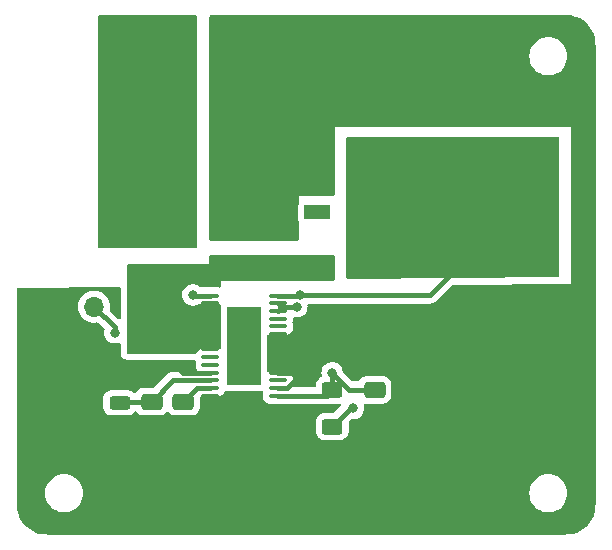
<source format=gbr>
%TF.GenerationSoftware,KiCad,Pcbnew,(5.99.0-12550-g77f47b6e47)*%
%TF.CreationDate,2021-11-06T20:02:57+00:00*%
%TF.ProjectId,max1709,6d617831-3730-4392-9e6b-696361645f70,rev?*%
%TF.SameCoordinates,Original*%
%TF.FileFunction,Copper,L1,Top*%
%TF.FilePolarity,Positive*%
%FSLAX46Y46*%
G04 Gerber Fmt 4.6, Leading zero omitted, Abs format (unit mm)*
G04 Created by KiCad (PCBNEW (5.99.0-12550-g77f47b6e47)) date 2021-11-06 20:02:57*
%MOMM*%
%LPD*%
G01*
G04 APERTURE LIST*
G04 Aperture macros list*
%AMRoundRect*
0 Rectangle with rounded corners*
0 $1 Rounding radius*
0 $2 $3 $4 $5 $6 $7 $8 $9 X,Y pos of 4 corners*
0 Add a 4 corners polygon primitive as box body*
4,1,4,$2,$3,$4,$5,$6,$7,$8,$9,$2,$3,0*
0 Add four circle primitives for the rounded corners*
1,1,$1+$1,$2,$3*
1,1,$1+$1,$4,$5*
1,1,$1+$1,$6,$7*
1,1,$1+$1,$8,$9*
0 Add four rect primitives between the rounded corners*
20,1,$1+$1,$2,$3,$4,$5,0*
20,1,$1+$1,$4,$5,$6,$7,0*
20,1,$1+$1,$6,$7,$8,$9,0*
20,1,$1+$1,$8,$9,$2,$3,0*%
G04 Aperture macros list end*
%TA.AperFunction,SMDPad,CuDef*%
%ADD10R,2.200000X1.200000*%
%TD*%
%TA.AperFunction,SMDPad,CuDef*%
%ADD11R,6.400000X5.800000*%
%TD*%
%TA.AperFunction,ComponentPad*%
%ADD12R,1.700000X1.700000*%
%TD*%
%TA.AperFunction,ComponentPad*%
%ADD13O,1.700000X1.700000*%
%TD*%
%TA.AperFunction,SMDPad,CuDef*%
%ADD14R,4.000000X2.000000*%
%TD*%
%TA.AperFunction,SMDPad,CuDef*%
%ADD15RoundRect,0.100000X-0.637500X-0.100000X0.637500X-0.100000X0.637500X0.100000X-0.637500X0.100000X0*%
%TD*%
%TA.AperFunction,SMDPad,CuDef*%
%ADD16R,2.850000X6.700000*%
%TD*%
%TA.AperFunction,SMDPad,CuDef*%
%ADD17RoundRect,0.250000X-0.625000X0.400000X-0.625000X-0.400000X0.625000X-0.400000X0.625000X0.400000X0*%
%TD*%
%TA.AperFunction,SMDPad,CuDef*%
%ADD18RoundRect,0.250000X-0.625000X0.312500X-0.625000X-0.312500X0.625000X-0.312500X0.625000X0.312500X0*%
%TD*%
%TA.AperFunction,SMDPad,CuDef*%
%ADD19RoundRect,0.250000X-0.875000X-1.025000X0.875000X-1.025000X0.875000X1.025000X-0.875000X1.025000X0*%
%TD*%
%TA.AperFunction,SMDPad,CuDef*%
%ADD20RoundRect,0.250000X-1.025000X0.875000X-1.025000X-0.875000X1.025000X-0.875000X1.025000X0.875000X0*%
%TD*%
%TA.AperFunction,SMDPad,CuDef*%
%ADD21RoundRect,0.250000X-0.650000X0.412500X-0.650000X-0.412500X0.650000X-0.412500X0.650000X0.412500X0*%
%TD*%
%TA.AperFunction,ViaPad*%
%ADD22C,0.800000*%
%TD*%
%TA.AperFunction,Conductor*%
%ADD23C,0.400000*%
%TD*%
G04 APERTURE END LIST*
D10*
%TO.P,D1,1*%
%TO.N,N/C*%
X225950000Y-117220000D03*
%TO.P,D1,3,A*%
%TO.N,Net-(D1-Pad3)*%
X225950000Y-121780000D03*
D11*
%TO.P,D1,2,K*%
%TO.N,Net-(C3-Pad1)*%
X232250000Y-119500000D03*
%TD*%
D12*
%TO.P,SW1,1,A*%
%TO.N,GND*%
X204500000Y-125200000D03*
D13*
%TO.P,SW1,2,B*%
%TO.N,Net-(U1-Pad1)*%
X207040000Y-125200000D03*
%TD*%
D14*
%TO.P,L1,2,2*%
%TO.N,Net-(C6-Pad1)*%
X212250000Y-118950000D03*
%TO.P,L1,1,1*%
%TO.N,Net-(D1-Pad3)*%
X212250000Y-123050000D03*
%TD*%
D12*
%TO.P,TP3,1,1*%
%TO.N,Net-(C3-Pad1)*%
X240400000Y-115800000D03*
%TD*%
%TO.P,TP2,1,1*%
%TO.N,GND*%
X240400000Y-103800000D03*
%TD*%
%TO.P,TP1,1,1*%
%TO.N,Net-(C6-Pad1)*%
X209900000Y-103800000D03*
%TD*%
D15*
%TO.P,U1,1,ONA*%
%TO.N,Net-(U1-Pad1)*%
X216887500Y-124275000D03*
%TO.P,U1,2,LX*%
%TO.N,Net-(D1-Pad3)*%
X216887500Y-124925000D03*
%TO.P,U1,3,LX*%
X216887500Y-125575000D03*
%TO.P,U1,4,LX*%
X216887500Y-126225000D03*
%TO.P,U1,5,LX*%
X216887500Y-126875000D03*
%TO.P,U1,6,LX*%
X216887500Y-127525000D03*
%TO.P,U1,7,LX*%
X216887500Y-128175000D03*
%TO.P,U1,8,LX*%
X216887500Y-128825000D03*
%TO.P,U1,9*%
%TO.N,N/C*%
X216887500Y-129475000D03*
%TO.P,U1,10*%
X216887500Y-130125000D03*
%TO.P,U1,11,GND*%
%TO.N,GND*%
X216887500Y-130775000D03*
%TO.P,U1,12,SS/LIM*%
%TO.N,Net-(C1-Pad1)*%
X216887500Y-131425000D03*
%TO.P,U1,13,REF*%
%TO.N,/VREF*%
X216887500Y-132075000D03*
%TO.P,U1,14,GND*%
%TO.N,GND*%
X216887500Y-132725000D03*
%TO.P,U1,15,OUT*%
%TO.N,Net-(C4-Pad1)*%
X222612500Y-132725000D03*
%TO.P,U1,16,FB*%
%TO.N,GND*%
X222612500Y-132075000D03*
%TO.P,U1,17*%
%TO.N,N/C*%
X222612500Y-131425000D03*
%TO.P,U1,18,PGND*%
%TO.N,GND*%
X222612500Y-130775000D03*
%TO.P,U1,19,PGND*%
X222612500Y-130125000D03*
%TO.P,U1,20,PGND*%
X222612500Y-129475000D03*
%TO.P,U1,21,PGND*%
X222612500Y-128825000D03*
%TO.P,U1,22,PGND*%
X222612500Y-128175000D03*
%TO.P,U1,23,PGND*%
X222612500Y-127525000D03*
%TO.P,U1,24*%
%TO.N,N/C*%
X222612500Y-126875000D03*
%TO.P,U1,25*%
X222612500Y-126225000D03*
%TO.P,U1,26,3.3'/5*%
%TO.N,Net-(C4-Pad1)*%
X222612500Y-125575000D03*
%TO.P,U1,27,CLK*%
X222612500Y-124925000D03*
%TO.P,U1,28,ONB'*%
%TO.N,Net-(C3-Pad1)*%
X222612500Y-124275000D03*
D16*
%TO.P,U1,29*%
%TO.N,N/C*%
X219750000Y-128500000D03*
%TD*%
D17*
%TO.P,R2,2*%
%TO.N,Net-(C3-Pad1)*%
X227200000Y-135350000D03*
%TO.P,R2,1*%
%TO.N,Net-(C4-Pad1)*%
X227200000Y-132250000D03*
%TD*%
D18*
%TO.P,R1,1*%
%TO.N,Net-(C1-Pad1)*%
X209200000Y-133337500D03*
%TO.P,R1,2*%
%TO.N,GND*%
X209200000Y-136262500D03*
%TD*%
D19*
%TO.P,C7,2*%
%TO.N,GND*%
X220450000Y-115000000D03*
%TO.P,C7,1*%
%TO.N,Net-(C6-Pad1)*%
X214050000Y-115000000D03*
%TD*%
%TO.P,C6,2*%
%TO.N,GND*%
X220450000Y-108500000D03*
%TO.P,C6,1*%
%TO.N,Net-(C6-Pad1)*%
X214050000Y-108500000D03*
%TD*%
D20*
%TO.P,C5,2*%
%TO.N,GND*%
X243400000Y-127700000D03*
%TO.P,C5,1*%
%TO.N,Net-(C3-Pad1)*%
X243400000Y-121300000D03*
%TD*%
D21*
%TO.P,C4,2*%
%TO.N,GND*%
X230800000Y-135362500D03*
%TO.P,C4,1*%
%TO.N,Net-(C4-Pad1)*%
X230800000Y-132237500D03*
%TD*%
D20*
%TO.P,C3,2*%
%TO.N,GND*%
X238400000Y-127700000D03*
%TO.P,C3,1*%
%TO.N,Net-(C3-Pad1)*%
X238400000Y-121300000D03*
%TD*%
D21*
%TO.P,C2,2*%
%TO.N,GND*%
X214600000Y-136362500D03*
%TO.P,C2,1*%
%TO.N,/VREF*%
X214600000Y-133237500D03*
%TD*%
%TO.P,C1,1*%
%TO.N,Net-(C1-Pad1)*%
X211900000Y-133237500D03*
%TO.P,C1,2*%
%TO.N,GND*%
X211900000Y-136362500D03*
%TD*%
D22*
%TO.N,Net-(C3-Pad1)*%
X229000000Y-133800000D03*
X224442415Y-124230341D03*
%TO.N,Net-(C4-Pad1)*%
X227200000Y-130800000D03*
X224200000Y-125200000D03*
%TO.N,Net-(U1-Pad1)*%
X208800000Y-127400000D03*
X215400000Y-124200000D03*
%TD*%
D23*
%TO.N,Net-(C3-Pad1)*%
X238400000Y-121300000D02*
X235469659Y-124230341D01*
X235469659Y-124230341D02*
X224442415Y-124230341D01*
X229000000Y-133800000D02*
X228750000Y-133800000D01*
X228750000Y-133800000D02*
X227200000Y-135350000D01*
X224397756Y-124275000D02*
X224442415Y-124230341D01*
X222612500Y-124275000D02*
X224397756Y-124275000D01*
%TO.N,Net-(C4-Pad1)*%
X223600000Y-125200000D02*
X224200000Y-125200000D01*
%TO.N,GND*%
X224425000Y-130775000D02*
X224700000Y-130500000D01*
X224700000Y-130784198D02*
X224700000Y-130500000D01*
X224700000Y-130500000D02*
X225200000Y-130000000D01*
X222612500Y-132075000D02*
X223409198Y-132075000D01*
X223409198Y-132075000D02*
X224700000Y-130784198D01*
X222612500Y-130775000D02*
X224425000Y-130775000D01*
X214575000Y-130775000D02*
X214000000Y-130200000D01*
X216887500Y-130775000D02*
X214575000Y-130775000D01*
%TO.N,Net-(C1-Pad1)*%
X211900000Y-133237500D02*
X209300000Y-133237500D01*
X209300000Y-133237500D02*
X209200000Y-133337500D01*
X216887500Y-131425000D02*
X213712500Y-131425000D01*
X213712500Y-131425000D02*
X211900000Y-133237500D01*
%TO.N,GND*%
X216887500Y-134337500D02*
X216900000Y-134350000D01*
X216887500Y-132725000D02*
X216887500Y-134337500D01*
%TO.N,/VREF*%
X214600000Y-133237500D02*
X215762500Y-132075000D01*
X215762500Y-132075000D02*
X216887500Y-132075000D01*
%TO.N,Net-(U1-Pad1)*%
X208800000Y-127400000D02*
X208800000Y-126960000D01*
X208800000Y-126960000D02*
X207040000Y-125200000D01*
%TO.N,Net-(C4-Pad1)*%
X222612500Y-132725000D02*
X226725000Y-132725000D01*
X226725000Y-132725000D02*
X227200000Y-132250000D01*
X230800000Y-132237500D02*
X228637500Y-132237500D01*
X228637500Y-132237500D02*
X227200000Y-130800000D01*
X223600000Y-125200000D02*
X222887500Y-125200000D01*
X223600000Y-125200000D02*
X222987500Y-125200000D01*
X222987500Y-125200000D02*
X222612500Y-125575000D01*
X227200000Y-132250000D02*
X227200000Y-130800000D01*
X222887500Y-125200000D02*
X222612500Y-124925000D01*
%TO.N,Net-(U1-Pad1)*%
X216887500Y-124275000D02*
X215475000Y-124275000D01*
X215475000Y-124275000D02*
X215400000Y-124200000D01*
%TD*%
%TA.AperFunction,Conductor*%
%TO.N,Net-(C6-Pad1)*%
G36*
X215692121Y-100528002D02*
G01*
X215738614Y-100581658D01*
X215750000Y-100634000D01*
X215750000Y-120124000D01*
X215729998Y-120192121D01*
X215676342Y-120238614D01*
X215624000Y-120250000D01*
X207476000Y-120250000D01*
X207407879Y-120229998D01*
X207361386Y-120176342D01*
X207350000Y-120124000D01*
X207350000Y-100634000D01*
X207370002Y-100565879D01*
X207423658Y-100519386D01*
X207476000Y-100508000D01*
X215624000Y-100508000D01*
X215692121Y-100528002D01*
G37*
%TD.AperFunction*%
%TD*%
%TA.AperFunction,Conductor*%
%TO.N,Net-(C3-Pad1)*%
G36*
X246342088Y-110820002D02*
G01*
X246388581Y-110873658D01*
X246399967Y-110926033D01*
X246396893Y-122548282D01*
X246376873Y-122616398D01*
X246323205Y-122662876D01*
X246271943Y-122674245D01*
X228523943Y-122822145D01*
X228455658Y-122802711D01*
X228408720Y-122749445D01*
X228396893Y-122696116D01*
X228399967Y-110925967D01*
X228419987Y-110857852D01*
X228473655Y-110811373D01*
X228525967Y-110800000D01*
X246273967Y-110800000D01*
X246342088Y-110820002D01*
G37*
%TD.AperFunction*%
%TD*%
%TA.AperFunction,Conductor*%
%TO.N,Net-(D1-Pad3)*%
G36*
X227342121Y-120820002D02*
G01*
X227388614Y-120873658D01*
X227400000Y-120926000D01*
X227400000Y-122874000D01*
X227379998Y-122942121D01*
X227326342Y-122988614D01*
X227274000Y-123000000D01*
X217800000Y-123000000D01*
X217800000Y-123453778D01*
X217779998Y-123521899D01*
X217726342Y-123568392D01*
X217657554Y-123578700D01*
X217568972Y-123567038D01*
X217568971Y-123567038D01*
X217564885Y-123566500D01*
X216108200Y-123566500D01*
X216040079Y-123546498D01*
X216020853Y-123530157D01*
X216020580Y-123530460D01*
X216015668Y-123526037D01*
X216011253Y-123521134D01*
X215856752Y-123408882D01*
X215850724Y-123406198D01*
X215850722Y-123406197D01*
X215688319Y-123333891D01*
X215688318Y-123333891D01*
X215682288Y-123331206D01*
X215588888Y-123311353D01*
X215501944Y-123292872D01*
X215501939Y-123292872D01*
X215495487Y-123291500D01*
X215304513Y-123291500D01*
X215298061Y-123292872D01*
X215298056Y-123292872D01*
X215211112Y-123311353D01*
X215117712Y-123331206D01*
X215111682Y-123333891D01*
X215111681Y-123333891D01*
X214949278Y-123406197D01*
X214949276Y-123406198D01*
X214943248Y-123408882D01*
X214788747Y-123521134D01*
X214660960Y-123663056D01*
X214565473Y-123828444D01*
X214506458Y-124010072D01*
X214505768Y-124016633D01*
X214505768Y-124016635D01*
X214491929Y-124148310D01*
X214486496Y-124200000D01*
X214506458Y-124389928D01*
X214565473Y-124571556D01*
X214660960Y-124736944D01*
X214788747Y-124878866D01*
X214826815Y-124906524D01*
X214932020Y-124982960D01*
X214943248Y-124991118D01*
X214949276Y-124993802D01*
X214949278Y-124993803D01*
X215111681Y-125066109D01*
X215117712Y-125068794D01*
X215211113Y-125088647D01*
X215298056Y-125107128D01*
X215298061Y-125107128D01*
X215304513Y-125108500D01*
X215495487Y-125108500D01*
X215501939Y-125107128D01*
X215501944Y-125107128D01*
X215588887Y-125088647D01*
X215682288Y-125068794D01*
X215747671Y-125039684D01*
X215849396Y-124994393D01*
X215900645Y-124983500D01*
X216930503Y-124983500D01*
X216930506Y-124983499D01*
X217564884Y-124983499D01*
X217600082Y-124978865D01*
X217657556Y-124971300D01*
X217727704Y-124982240D01*
X217780802Y-125029369D01*
X217800000Y-125096222D01*
X217800000Y-128653778D01*
X217779998Y-128721899D01*
X217726342Y-128768392D01*
X217657554Y-128778700D01*
X217568972Y-128767038D01*
X217568971Y-128767038D01*
X217564885Y-128766500D01*
X216887583Y-128766500D01*
X216210116Y-128766501D01*
X216206031Y-128767039D01*
X216206027Y-128767039D01*
X216099337Y-128781084D01*
X216099335Y-128781084D01*
X216091150Y-128782162D01*
X216017137Y-128812819D01*
X215950752Y-128840316D01*
X215950750Y-128840317D01*
X215943124Y-128843476D01*
X215816013Y-128941013D01*
X215810987Y-128947563D01*
X215810984Y-128947566D01*
X215797695Y-128964885D01*
X215718476Y-129068125D01*
X215696070Y-129122218D01*
X215651522Y-129177499D01*
X215579661Y-129200000D01*
X209926000Y-129200000D01*
X209857879Y-129179998D01*
X209811386Y-129126342D01*
X209800000Y-129074000D01*
X209800000Y-121726000D01*
X209820002Y-121657879D01*
X209873658Y-121611386D01*
X209926000Y-121600000D01*
X216800000Y-121600000D01*
X216800000Y-120926000D01*
X216820002Y-120857879D01*
X216873658Y-120811386D01*
X216926000Y-120800000D01*
X227274000Y-120800000D01*
X227342121Y-120820002D01*
G37*
%TD.AperFunction*%
%TD*%
%TA.AperFunction,Conductor*%
%TO.N,GND*%
G36*
X246970057Y-100509500D02*
G01*
X246984858Y-100511805D01*
X246984861Y-100511805D01*
X246993730Y-100513186D01*
X247010899Y-100510941D01*
X247034839Y-100510108D01*
X247292770Y-100525710D01*
X247307874Y-100527544D01*
X247378648Y-100540514D01*
X247588879Y-100579040D01*
X247603641Y-100582678D01*
X247876408Y-100667675D01*
X247890627Y-100673069D01*
X248151140Y-100790316D01*
X248164609Y-100797385D01*
X248409095Y-100945182D01*
X248421617Y-100953825D01*
X248646507Y-101130016D01*
X248657895Y-101140106D01*
X248859894Y-101342105D01*
X248869984Y-101353493D01*
X249046175Y-101578383D01*
X249054818Y-101590905D01*
X249202615Y-101835391D01*
X249209686Y-101848864D01*
X249326930Y-102109370D01*
X249332325Y-102123592D01*
X249414380Y-102386914D01*
X249417321Y-102396353D01*
X249420960Y-102411121D01*
X249448333Y-102560489D01*
X249472456Y-102692126D01*
X249474290Y-102707230D01*
X249489455Y-102957929D01*
X249488198Y-102984639D01*
X249488195Y-102984859D01*
X249486814Y-102993730D01*
X249487978Y-103002632D01*
X249487978Y-103002635D01*
X249490936Y-103025251D01*
X249492000Y-103041589D01*
X249492000Y-141950672D01*
X249490500Y-141970056D01*
X249486814Y-141993730D01*
X249488454Y-142006270D01*
X249489059Y-142010897D01*
X249489892Y-142034839D01*
X249474290Y-142292770D01*
X249472456Y-142307874D01*
X249420962Y-142588873D01*
X249417322Y-142603641D01*
X249391907Y-142685202D01*
X249332326Y-142876404D01*
X249326930Y-142890630D01*
X249209686Y-143151136D01*
X249202615Y-143164609D01*
X249054818Y-143409095D01*
X249046175Y-143421617D01*
X248869984Y-143646507D01*
X248859894Y-143657895D01*
X248657895Y-143859894D01*
X248646507Y-143869984D01*
X248421617Y-144046175D01*
X248409095Y-144054818D01*
X248164609Y-144202615D01*
X248151140Y-144209684D01*
X247890630Y-144326930D01*
X247876408Y-144332325D01*
X247603641Y-144417322D01*
X247588879Y-144420960D01*
X247378648Y-144459486D01*
X247307874Y-144472456D01*
X247292770Y-144474290D01*
X247042071Y-144489455D01*
X247015361Y-144488198D01*
X247015141Y-144488195D01*
X247006270Y-144486814D01*
X246997368Y-144487978D01*
X246997365Y-144487978D01*
X246974749Y-144490936D01*
X246958411Y-144492000D01*
X203049328Y-144492000D01*
X203029943Y-144490500D01*
X203015142Y-144488195D01*
X203015139Y-144488195D01*
X203006270Y-144486814D01*
X202989101Y-144489059D01*
X202965161Y-144489892D01*
X202707230Y-144474290D01*
X202692126Y-144472456D01*
X202621352Y-144459486D01*
X202411121Y-144420960D01*
X202396359Y-144417322D01*
X202123592Y-144332325D01*
X202109370Y-144326930D01*
X201848860Y-144209684D01*
X201835391Y-144202615D01*
X201590905Y-144054818D01*
X201578383Y-144046175D01*
X201353493Y-143869984D01*
X201342105Y-143859894D01*
X201140106Y-143657895D01*
X201130016Y-143646507D01*
X200953825Y-143421617D01*
X200945182Y-143409095D01*
X200797385Y-143164609D01*
X200790314Y-143151136D01*
X200673070Y-142890630D01*
X200667674Y-142876404D01*
X200608093Y-142685202D01*
X200582678Y-142603641D01*
X200579038Y-142588873D01*
X200527544Y-142307874D01*
X200525710Y-142292770D01*
X200510545Y-142042071D01*
X200511802Y-142015361D01*
X200511805Y-142015141D01*
X200513186Y-142006270D01*
X200511547Y-141993730D01*
X200509064Y-141974749D01*
X200508000Y-141958411D01*
X200508000Y-141000000D01*
X202886526Y-141000000D01*
X202906391Y-141252403D01*
X202965495Y-141498591D01*
X203062384Y-141732502D01*
X203194672Y-141948376D01*
X203359102Y-142140898D01*
X203551624Y-142305328D01*
X203767498Y-142437616D01*
X203772068Y-142439509D01*
X203772072Y-142439511D01*
X203996836Y-142532611D01*
X204001409Y-142534505D01*
X204086032Y-142554821D01*
X204242784Y-142592454D01*
X204242790Y-142592455D01*
X204247597Y-142593609D01*
X204500000Y-142613474D01*
X204752403Y-142593609D01*
X204757210Y-142592455D01*
X204757216Y-142592454D01*
X204913968Y-142554821D01*
X204998591Y-142534505D01*
X205003164Y-142532611D01*
X205227928Y-142439511D01*
X205227932Y-142439509D01*
X205232502Y-142437616D01*
X205448376Y-142305328D01*
X205640898Y-142140898D01*
X205805328Y-141948376D01*
X205937616Y-141732502D01*
X206034505Y-141498591D01*
X206093609Y-141252403D01*
X206113474Y-141000000D01*
X243886526Y-141000000D01*
X243906391Y-141252403D01*
X243965495Y-141498591D01*
X244062384Y-141732502D01*
X244194672Y-141948376D01*
X244359102Y-142140898D01*
X244551624Y-142305328D01*
X244767498Y-142437616D01*
X244772068Y-142439509D01*
X244772072Y-142439511D01*
X244996836Y-142532611D01*
X245001409Y-142534505D01*
X245086032Y-142554821D01*
X245242784Y-142592454D01*
X245242790Y-142592455D01*
X245247597Y-142593609D01*
X245500000Y-142613474D01*
X245752403Y-142593609D01*
X245757210Y-142592455D01*
X245757216Y-142592454D01*
X245913968Y-142554821D01*
X245998591Y-142534505D01*
X246003164Y-142532611D01*
X246227928Y-142439511D01*
X246227932Y-142439509D01*
X246232502Y-142437616D01*
X246448376Y-142305328D01*
X246640898Y-142140898D01*
X246805328Y-141948376D01*
X246937616Y-141732502D01*
X247034505Y-141498591D01*
X247093609Y-141252403D01*
X247113474Y-141000000D01*
X247093609Y-140747597D01*
X247034505Y-140501409D01*
X246937616Y-140267498D01*
X246805328Y-140051624D01*
X246640898Y-139859102D01*
X246448376Y-139694672D01*
X246232502Y-139562384D01*
X246227932Y-139560491D01*
X246227928Y-139560489D01*
X246003164Y-139467389D01*
X246003162Y-139467388D01*
X245998591Y-139465495D01*
X245913968Y-139445179D01*
X245757216Y-139407546D01*
X245757210Y-139407545D01*
X245752403Y-139406391D01*
X245500000Y-139386526D01*
X245247597Y-139406391D01*
X245242790Y-139407545D01*
X245242784Y-139407546D01*
X245086032Y-139445179D01*
X245001409Y-139465495D01*
X244996838Y-139467388D01*
X244996836Y-139467389D01*
X244772072Y-139560489D01*
X244772068Y-139560491D01*
X244767498Y-139562384D01*
X244551624Y-139694672D01*
X244359102Y-139859102D01*
X244194672Y-140051624D01*
X244062384Y-140267498D01*
X243965495Y-140501409D01*
X243906391Y-140747597D01*
X243886526Y-141000000D01*
X206113474Y-141000000D01*
X206093609Y-140747597D01*
X206034505Y-140501409D01*
X205937616Y-140267498D01*
X205805328Y-140051624D01*
X205640898Y-139859102D01*
X205448376Y-139694672D01*
X205232502Y-139562384D01*
X205227932Y-139560491D01*
X205227928Y-139560489D01*
X205003164Y-139467389D01*
X205003162Y-139467388D01*
X204998591Y-139465495D01*
X204913968Y-139445179D01*
X204757216Y-139407546D01*
X204757210Y-139407545D01*
X204752403Y-139406391D01*
X204500000Y-139386526D01*
X204247597Y-139406391D01*
X204242790Y-139407545D01*
X204242784Y-139407546D01*
X204086032Y-139445179D01*
X204001409Y-139465495D01*
X203996838Y-139467388D01*
X203996836Y-139467389D01*
X203772072Y-139560489D01*
X203772068Y-139560491D01*
X203767498Y-139562384D01*
X203551624Y-139694672D01*
X203359102Y-139859102D01*
X203194672Y-140051624D01*
X203062384Y-140267498D01*
X202965495Y-140501409D01*
X202906391Y-140747597D01*
X202886526Y-141000000D01*
X200508000Y-141000000D01*
X200508000Y-123716995D01*
X200528002Y-123648874D01*
X200581658Y-123602381D01*
X200633207Y-123590997D01*
X209165209Y-123537400D01*
X209233454Y-123556974D01*
X209280283Y-123610337D01*
X209292000Y-123663398D01*
X209292000Y-126145840D01*
X209271998Y-126213961D01*
X209218342Y-126260454D01*
X209148068Y-126270558D01*
X209083488Y-126241064D01*
X209076905Y-126234935D01*
X208411383Y-125569413D01*
X208377357Y-125507101D01*
X208375556Y-125463871D01*
X208401092Y-125269908D01*
X208401529Y-125266590D01*
X208403156Y-125200000D01*
X208384852Y-124977361D01*
X208330431Y-124760702D01*
X208241354Y-124555840D01*
X208150166Y-124414885D01*
X208122822Y-124372617D01*
X208122820Y-124372614D01*
X208120014Y-124368277D01*
X207969670Y-124203051D01*
X207965619Y-124199852D01*
X207965615Y-124199848D01*
X207798414Y-124067800D01*
X207798410Y-124067798D01*
X207794359Y-124064598D01*
X207598789Y-123956638D01*
X207593920Y-123954914D01*
X207593916Y-123954912D01*
X207393087Y-123883795D01*
X207393083Y-123883794D01*
X207388212Y-123882069D01*
X207383119Y-123881162D01*
X207383116Y-123881161D01*
X207173373Y-123843800D01*
X207173367Y-123843799D01*
X207168284Y-123842894D01*
X207094452Y-123841992D01*
X206950081Y-123840228D01*
X206950079Y-123840228D01*
X206944911Y-123840165D01*
X206724091Y-123873955D01*
X206511756Y-123943357D01*
X206313607Y-124046507D01*
X206309474Y-124049610D01*
X206309471Y-124049612D01*
X206190102Y-124139237D01*
X206134965Y-124180635D01*
X205980629Y-124342138D01*
X205977715Y-124346410D01*
X205977714Y-124346411D01*
X205933816Y-124410763D01*
X205854743Y-124526680D01*
X205839003Y-124560590D01*
X205785407Y-124676053D01*
X205760688Y-124729305D01*
X205700989Y-124944570D01*
X205677251Y-125166695D01*
X205677548Y-125171848D01*
X205677548Y-125171851D01*
X205683011Y-125266590D01*
X205690110Y-125389715D01*
X205691247Y-125394761D01*
X205691248Y-125394767D01*
X205706822Y-125463871D01*
X205739222Y-125607639D01*
X205823266Y-125814616D01*
X205825965Y-125819020D01*
X205933072Y-125993803D01*
X205939987Y-126005088D01*
X206086250Y-126173938D01*
X206258126Y-126316632D01*
X206451000Y-126429338D01*
X206659692Y-126509030D01*
X206664760Y-126510061D01*
X206664763Y-126510062D01*
X206724891Y-126522295D01*
X206878597Y-126553567D01*
X206883772Y-126553757D01*
X206883774Y-126553757D01*
X207096673Y-126561564D01*
X207096677Y-126561564D01*
X207101837Y-126561753D01*
X207106957Y-126561097D01*
X207106959Y-126561097D01*
X207304589Y-126535780D01*
X207374699Y-126546965D01*
X207409694Y-126571664D01*
X207886596Y-127048566D01*
X207920622Y-127110878D01*
X207917335Y-127176596D01*
X207906458Y-127210072D01*
X207905768Y-127216638D01*
X207905767Y-127216642D01*
X207887186Y-127393435D01*
X207886496Y-127400000D01*
X207887186Y-127406565D01*
X207904250Y-127568916D01*
X207906458Y-127589928D01*
X207965473Y-127771556D01*
X208060960Y-127936944D01*
X208188747Y-128078866D01*
X208343248Y-128191118D01*
X208349276Y-128193802D01*
X208349278Y-128193803D01*
X208511681Y-128266109D01*
X208517712Y-128268794D01*
X208611112Y-128288647D01*
X208698056Y-128307128D01*
X208698061Y-128307128D01*
X208704513Y-128308500D01*
X208895487Y-128308500D01*
X208901939Y-128307128D01*
X208901944Y-128307128D01*
X208988888Y-128288647D01*
X209082288Y-128268794D01*
X209088321Y-128266108D01*
X209088327Y-128266106D01*
X209114753Y-128254341D01*
X209185120Y-128244907D01*
X209249416Y-128275014D01*
X209287229Y-128335104D01*
X209292000Y-128369448D01*
X209292000Y-129074000D01*
X209303609Y-129181980D01*
X209314995Y-129234322D01*
X209349293Y-129337372D01*
X209427465Y-129459010D01*
X209473958Y-129512666D01*
X209583234Y-129607355D01*
X209714760Y-129667421D01*
X209738514Y-129674396D01*
X209778558Y-129686154D01*
X209778562Y-129686155D01*
X209782881Y-129687423D01*
X209787329Y-129688063D01*
X209787336Y-129688064D01*
X209921552Y-129707361D01*
X209921559Y-129707362D01*
X209926000Y-129708000D01*
X215536448Y-129708000D01*
X215604569Y-129728002D01*
X215651062Y-129781658D01*
X215661166Y-129851932D01*
X215659316Y-129860951D01*
X215657162Y-129866150D01*
X215656085Y-129874334D01*
X215656084Y-129874336D01*
X215653644Y-129892872D01*
X215641500Y-129985115D01*
X215641501Y-130264884D01*
X215657162Y-130383850D01*
X215717945Y-130530593D01*
X215718476Y-130531876D01*
X215718276Y-130531959D01*
X215733932Y-130596494D01*
X215710712Y-130663586D01*
X215654905Y-130707474D01*
X215608075Y-130716500D01*
X213741412Y-130716500D01*
X213732842Y-130716208D01*
X213682724Y-130712791D01*
X213682720Y-130712791D01*
X213675148Y-130712275D01*
X213667671Y-130713580D01*
X213667670Y-130713580D01*
X213650934Y-130716501D01*
X213612197Y-130723262D01*
X213605679Y-130724223D01*
X213542258Y-130731898D01*
X213535157Y-130734581D01*
X213532548Y-130735222D01*
X213516238Y-130739685D01*
X213513702Y-130740450D01*
X213506216Y-130741757D01*
X213458068Y-130762893D01*
X213447705Y-130767442D01*
X213441601Y-130769933D01*
X213413937Y-130780386D01*
X213396151Y-130787107D01*
X213381844Y-130792513D01*
X213375581Y-130796817D01*
X213373215Y-130798054D01*
X213358403Y-130806299D01*
X213356149Y-130807632D01*
X213349195Y-130810685D01*
X213298498Y-130849587D01*
X213293168Y-130853459D01*
X213246780Y-130885339D01*
X213246775Y-130885344D01*
X213240519Y-130889643D01*
X213235468Y-130895313D01*
X213235466Y-130895314D01*
X213199065Y-130936170D01*
X213194084Y-130941446D01*
X212105935Y-132029595D01*
X212043623Y-132063621D01*
X212016840Y-132066500D01*
X211199600Y-132066500D01*
X211196354Y-132066837D01*
X211196350Y-132066837D01*
X211100692Y-132076762D01*
X211100688Y-132076763D01*
X211093834Y-132077474D01*
X211087298Y-132079655D01*
X211087296Y-132079655D01*
X210955194Y-132123728D01*
X210926054Y-132133450D01*
X210775652Y-132226522D01*
X210650695Y-132351697D01*
X210646855Y-132357927D01*
X210646854Y-132357928D01*
X210639867Y-132369263D01*
X210601895Y-132430866D01*
X210578317Y-132469116D01*
X210525545Y-132516609D01*
X210471057Y-132529000D01*
X210453915Y-132529000D01*
X210385794Y-132508998D01*
X210364897Y-132492173D01*
X210303483Y-132430866D01*
X210298303Y-132425695D01*
X210189293Y-132358500D01*
X210153968Y-132336725D01*
X210153966Y-132336724D01*
X210147738Y-132332885D01*
X210067995Y-132306436D01*
X209986389Y-132279368D01*
X209986387Y-132279368D01*
X209979861Y-132277203D01*
X209973025Y-132276503D01*
X209973022Y-132276502D01*
X209929969Y-132272091D01*
X209875400Y-132266500D01*
X208524600Y-132266500D01*
X208521354Y-132266837D01*
X208521350Y-132266837D01*
X208425692Y-132276762D01*
X208425688Y-132276763D01*
X208418834Y-132277474D01*
X208412298Y-132279655D01*
X208412296Y-132279655D01*
X208349472Y-132300615D01*
X208251054Y-132333450D01*
X208100652Y-132426522D01*
X207975695Y-132551697D01*
X207882885Y-132702262D01*
X207880581Y-132709209D01*
X207830314Y-132860761D01*
X207827203Y-132870139D01*
X207816500Y-132974600D01*
X207816500Y-133700400D01*
X207827474Y-133806166D01*
X207883450Y-133973946D01*
X207976522Y-134124348D01*
X208101697Y-134249305D01*
X208107927Y-134253145D01*
X208107928Y-134253146D01*
X208245090Y-134337694D01*
X208252262Y-134342115D01*
X208296247Y-134356704D01*
X208413611Y-134395632D01*
X208413613Y-134395632D01*
X208420139Y-134397797D01*
X208426975Y-134398497D01*
X208426978Y-134398498D01*
X208470031Y-134402909D01*
X208524600Y-134408500D01*
X209875400Y-134408500D01*
X209878646Y-134408163D01*
X209878650Y-134408163D01*
X209974308Y-134398238D01*
X209974312Y-134398237D01*
X209981166Y-134397526D01*
X209987702Y-134395345D01*
X209987704Y-134395345D01*
X210130608Y-134347668D01*
X210148946Y-134341550D01*
X210299348Y-134248478D01*
X210424305Y-134123303D01*
X210428150Y-134117066D01*
X210430321Y-134113545D01*
X210432431Y-134111646D01*
X210432683Y-134111327D01*
X210432738Y-134111370D01*
X210483094Y-134066052D01*
X210553166Y-134054631D01*
X210618289Y-134082906D01*
X210644722Y-134113359D01*
X210651522Y-134124348D01*
X210776697Y-134249305D01*
X210782927Y-134253145D01*
X210782928Y-134253146D01*
X210920090Y-134337694D01*
X210927262Y-134342115D01*
X210971247Y-134356704D01*
X211088611Y-134395632D01*
X211088613Y-134395632D01*
X211095139Y-134397797D01*
X211101975Y-134398497D01*
X211101978Y-134398498D01*
X211145031Y-134402909D01*
X211199600Y-134408500D01*
X212600400Y-134408500D01*
X212603646Y-134408163D01*
X212603650Y-134408163D01*
X212699308Y-134398238D01*
X212699312Y-134398237D01*
X212706166Y-134397526D01*
X212712702Y-134395345D01*
X212712704Y-134395345D01*
X212855608Y-134347668D01*
X212873946Y-134341550D01*
X213024348Y-134248478D01*
X213149305Y-134123303D01*
X213151906Y-134119084D01*
X213209030Y-134078583D01*
X213279953Y-134075351D01*
X213341365Y-134110976D01*
X213347922Y-134118530D01*
X213351522Y-134124348D01*
X213476697Y-134249305D01*
X213482927Y-134253145D01*
X213482928Y-134253146D01*
X213620090Y-134337694D01*
X213627262Y-134342115D01*
X213671247Y-134356704D01*
X213788611Y-134395632D01*
X213788613Y-134395632D01*
X213795139Y-134397797D01*
X213801975Y-134398497D01*
X213801978Y-134398498D01*
X213845031Y-134402909D01*
X213899600Y-134408500D01*
X215300400Y-134408500D01*
X215303646Y-134408163D01*
X215303650Y-134408163D01*
X215399308Y-134398238D01*
X215399312Y-134398237D01*
X215406166Y-134397526D01*
X215412702Y-134395345D01*
X215412704Y-134395345D01*
X215555608Y-134347668D01*
X215573946Y-134341550D01*
X215724348Y-134248478D01*
X215849305Y-134123303D01*
X215931519Y-133989928D01*
X215938275Y-133978968D01*
X215938276Y-133978966D01*
X215942115Y-133972738D01*
X215997797Y-133804861D01*
X216008500Y-133700400D01*
X216008500Y-132909500D01*
X216028502Y-132841379D01*
X216082158Y-132794886D01*
X216134500Y-132783500D01*
X216930503Y-132783500D01*
X216930506Y-132783499D01*
X217564884Y-132783499D01*
X217568969Y-132782961D01*
X217568973Y-132782961D01*
X217675663Y-132768916D01*
X217675665Y-132768916D01*
X217683850Y-132767838D01*
X217757863Y-132737181D01*
X217824248Y-132709684D01*
X217824250Y-132709683D01*
X217831876Y-132706524D01*
X217958987Y-132608987D01*
X217964013Y-132602437D01*
X217964016Y-132602434D01*
X218007755Y-132545431D01*
X218056524Y-132481875D01*
X218079065Y-132427457D01*
X218123612Y-132372177D01*
X218190975Y-132349756D01*
X218214645Y-132352103D01*
X218214684Y-132351745D01*
X218271601Y-132357928D01*
X218276866Y-132358500D01*
X221223134Y-132358500D01*
X221239380Y-132356735D01*
X221309262Y-132369263D01*
X221361278Y-132417583D01*
X221378913Y-132486354D01*
X221377910Y-132498444D01*
X221370079Y-132557928D01*
X221366500Y-132585115D01*
X221366501Y-132864884D01*
X221367039Y-132868969D01*
X221367039Y-132868973D01*
X221380523Y-132971402D01*
X221382162Y-132983850D01*
X221443476Y-133131876D01*
X221541013Y-133258987D01*
X221547563Y-133264013D01*
X221547566Y-133264016D01*
X221564924Y-133277335D01*
X221668125Y-133356524D01*
X221816150Y-133417838D01*
X221824338Y-133418916D01*
X221923357Y-133431952D01*
X221935115Y-133433500D01*
X226696088Y-133433500D01*
X226704658Y-133433792D01*
X226754776Y-133437209D01*
X226754780Y-133437209D01*
X226762352Y-133437725D01*
X226769829Y-133436420D01*
X226769830Y-133436420D01*
X226815530Y-133428444D01*
X226825303Y-133426738D01*
X226831821Y-133425777D01*
X226895242Y-133418102D01*
X226902346Y-133415418D01*
X226909727Y-133413605D01*
X226909984Y-133414651D01*
X226943665Y-133408500D01*
X227835340Y-133408500D01*
X227903461Y-133428502D01*
X227949954Y-133482158D01*
X227960058Y-133552432D01*
X227930564Y-133617012D01*
X227924435Y-133623595D01*
X227393435Y-134154595D01*
X227331123Y-134188621D01*
X227304340Y-134191500D01*
X226524600Y-134191500D01*
X226521354Y-134191837D01*
X226521350Y-134191837D01*
X226425692Y-134201762D01*
X226425688Y-134201763D01*
X226418834Y-134202474D01*
X226412298Y-134204655D01*
X226412296Y-134204655D01*
X226296476Y-134243296D01*
X226251054Y-134258450D01*
X226100652Y-134351522D01*
X225975695Y-134476697D01*
X225971855Y-134482927D01*
X225971854Y-134482928D01*
X225903510Y-134593803D01*
X225882885Y-134627262D01*
X225827203Y-134795139D01*
X225816500Y-134899600D01*
X225816500Y-135800400D01*
X225827474Y-135906166D01*
X225883450Y-136073946D01*
X225976522Y-136224348D01*
X226101697Y-136349305D01*
X226107927Y-136353145D01*
X226107928Y-136353146D01*
X226245090Y-136437694D01*
X226252262Y-136442115D01*
X226332005Y-136468564D01*
X226413611Y-136495632D01*
X226413613Y-136495632D01*
X226420139Y-136497797D01*
X226426975Y-136498497D01*
X226426978Y-136498498D01*
X226470031Y-136502909D01*
X226524600Y-136508500D01*
X227875400Y-136508500D01*
X227878646Y-136508163D01*
X227878650Y-136508163D01*
X227974308Y-136498238D01*
X227974312Y-136498237D01*
X227981166Y-136497526D01*
X227987702Y-136495345D01*
X227987704Y-136495345D01*
X228119806Y-136451272D01*
X228148946Y-136441550D01*
X228299348Y-136348478D01*
X228424305Y-136223303D01*
X228517115Y-136072738D01*
X228572797Y-135904861D01*
X228583500Y-135800400D01*
X228583500Y-135020660D01*
X228603502Y-134952539D01*
X228620405Y-134931565D01*
X228807407Y-134744563D01*
X228869719Y-134710537D01*
X228904513Y-134708631D01*
X228904513Y-134708500D01*
X229095487Y-134708500D01*
X229101939Y-134707128D01*
X229101944Y-134707128D01*
X229188887Y-134688647D01*
X229282288Y-134668794D01*
X229389564Y-134621032D01*
X229450722Y-134593803D01*
X229450724Y-134593802D01*
X229456752Y-134591118D01*
X229611253Y-134478866D01*
X229729384Y-134347668D01*
X229734621Y-134341852D01*
X229734622Y-134341851D01*
X229739040Y-134336944D01*
X229815417Y-134204655D01*
X229831223Y-134177279D01*
X229831224Y-134177278D01*
X229834527Y-134171556D01*
X229893542Y-133989928D01*
X229913504Y-133800000D01*
X229902698Y-133697183D01*
X229894232Y-133616635D01*
X229894232Y-133616633D01*
X229893542Y-133610072D01*
X229891504Y-133603798D01*
X229891502Y-133603791D01*
X229878481Y-133563717D01*
X229876454Y-133492750D01*
X229913117Y-133431952D01*
X229976829Y-133400627D01*
X230011156Y-133399438D01*
X230099600Y-133408500D01*
X231500400Y-133408500D01*
X231503646Y-133408163D01*
X231503650Y-133408163D01*
X231599308Y-133398238D01*
X231599312Y-133398237D01*
X231606166Y-133397526D01*
X231612702Y-133395345D01*
X231612704Y-133395345D01*
X231766998Y-133343868D01*
X231773946Y-133341550D01*
X231924348Y-133248478D01*
X232049305Y-133123303D01*
X232100863Y-133039661D01*
X232138275Y-132978968D01*
X232138276Y-132978966D01*
X232142115Y-132972738D01*
X232197797Y-132804861D01*
X232208500Y-132700400D01*
X232208500Y-131774600D01*
X232200965Y-131701978D01*
X232198238Y-131675692D01*
X232198237Y-131675688D01*
X232197526Y-131668834D01*
X232141550Y-131501054D01*
X232048478Y-131350652D01*
X231923303Y-131225695D01*
X231917072Y-131221854D01*
X231778968Y-131136725D01*
X231778966Y-131136724D01*
X231772738Y-131132885D01*
X231612254Y-131079655D01*
X231611389Y-131079368D01*
X231611387Y-131079368D01*
X231604861Y-131077203D01*
X231598025Y-131076503D01*
X231598022Y-131076502D01*
X231554969Y-131072091D01*
X231500400Y-131066500D01*
X230099600Y-131066500D01*
X230096354Y-131066837D01*
X230096350Y-131066837D01*
X230000692Y-131076762D01*
X230000688Y-131076763D01*
X229993834Y-131077474D01*
X229987298Y-131079655D01*
X229987296Y-131079655D01*
X229855194Y-131123728D01*
X229826054Y-131133450D01*
X229675652Y-131226522D01*
X229550695Y-131351697D01*
X229546855Y-131357927D01*
X229546854Y-131357928D01*
X229478317Y-131469116D01*
X229425545Y-131516609D01*
X229371057Y-131529000D01*
X228983160Y-131529000D01*
X228915039Y-131508998D01*
X228894065Y-131492095D01*
X228134665Y-130732695D01*
X228100639Y-130670383D01*
X228098450Y-130656770D01*
X228094232Y-130616637D01*
X228094232Y-130616635D01*
X228093542Y-130610072D01*
X228067718Y-130530593D01*
X228036569Y-130434729D01*
X228034527Y-130428444D01*
X227939040Y-130263056D01*
X227811253Y-130121134D01*
X227656752Y-130008882D01*
X227650724Y-130006198D01*
X227650722Y-130006197D01*
X227488319Y-129933891D01*
X227488318Y-129933891D01*
X227482288Y-129931206D01*
X227388887Y-129911353D01*
X227301944Y-129892872D01*
X227301939Y-129892872D01*
X227295487Y-129891500D01*
X227104513Y-129891500D01*
X227098061Y-129892872D01*
X227098056Y-129892872D01*
X227011113Y-129911353D01*
X226917712Y-129931206D01*
X226911682Y-129933891D01*
X226911681Y-129933891D01*
X226749278Y-130006197D01*
X226749276Y-130006198D01*
X226743248Y-130008882D01*
X226588747Y-130121134D01*
X226460960Y-130263056D01*
X226365473Y-130428444D01*
X226306458Y-130610072D01*
X226305768Y-130616633D01*
X226305768Y-130616635D01*
X226290396Y-130762893D01*
X226286496Y-130800000D01*
X226306458Y-130989928D01*
X226308500Y-130996212D01*
X226308500Y-130996213D01*
X226312538Y-131008640D01*
X226314567Y-131079608D01*
X226277906Y-131140407D01*
X226251032Y-131158414D01*
X226251054Y-131158450D01*
X226100652Y-131251522D01*
X226095479Y-131256704D01*
X226063001Y-131289239D01*
X225975695Y-131376697D01*
X225971855Y-131382927D01*
X225971854Y-131382928D01*
X225889452Y-131516609D01*
X225882885Y-131527262D01*
X225827203Y-131695139D01*
X225816500Y-131799600D01*
X225816500Y-131890500D01*
X225796498Y-131958621D01*
X225742842Y-132005114D01*
X225690500Y-132016500D01*
X223891924Y-132016500D01*
X223823803Y-131996498D01*
X223777310Y-131942842D01*
X223767206Y-131872568D01*
X223781100Y-131832428D01*
X223781524Y-131831875D01*
X223842838Y-131683850D01*
X223858500Y-131564885D01*
X223858499Y-131285116D01*
X223853570Y-131247668D01*
X223843916Y-131174337D01*
X223843916Y-131174335D01*
X223842838Y-131166150D01*
X223806892Y-131079368D01*
X223784684Y-131025752D01*
X223784683Y-131025750D01*
X223781524Y-131018124D01*
X223683987Y-130891013D01*
X223677437Y-130885987D01*
X223677434Y-130885984D01*
X223620431Y-130842244D01*
X223556875Y-130793476D01*
X223408850Y-130732162D01*
X223400662Y-130731084D01*
X223293972Y-130717038D01*
X223293971Y-130717038D01*
X223289885Y-130716500D01*
X222612583Y-130716500D01*
X221935116Y-130716501D01*
X221825944Y-130730873D01*
X221755797Y-130719933D01*
X221702699Y-130672805D01*
X221683500Y-130605951D01*
X221683500Y-127694050D01*
X221703502Y-127625929D01*
X221757158Y-127579436D01*
X221825946Y-127569128D01*
X221931028Y-127582962D01*
X221935115Y-127583500D01*
X222612417Y-127583500D01*
X223289884Y-127583499D01*
X223293969Y-127582961D01*
X223293973Y-127582961D01*
X223400663Y-127568916D01*
X223400665Y-127568916D01*
X223408850Y-127567838D01*
X223482863Y-127537181D01*
X223549248Y-127509684D01*
X223549250Y-127509683D01*
X223556876Y-127506524D01*
X223683987Y-127408987D01*
X223689013Y-127402437D01*
X223689016Y-127402434D01*
X223732755Y-127345431D01*
X223781524Y-127281875D01*
X223842838Y-127133850D01*
X223858500Y-127014885D01*
X223858499Y-126735116D01*
X223842838Y-126616150D01*
X223835411Y-126598219D01*
X223827821Y-126527630D01*
X223835411Y-126501780D01*
X223839678Y-126491480D01*
X223839679Y-126491477D01*
X223842838Y-126483850D01*
X223858500Y-126364885D01*
X223858499Y-126211805D01*
X223878501Y-126143686D01*
X223932156Y-126097193D01*
X224002430Y-126087088D01*
X224010695Y-126088559D01*
X224088661Y-126105130D01*
X224104513Y-126108500D01*
X224295487Y-126108500D01*
X224301939Y-126107128D01*
X224301944Y-126107128D01*
X224388888Y-126088647D01*
X224482288Y-126068794D01*
X224625375Y-126005088D01*
X224650722Y-125993803D01*
X224650724Y-125993802D01*
X224656752Y-125991118D01*
X224811253Y-125878866D01*
X224939040Y-125736944D01*
X225010931Y-125612425D01*
X225031223Y-125577279D01*
X225031224Y-125577278D01*
X225034527Y-125571556D01*
X225093542Y-125389928D01*
X225106157Y-125269908D01*
X225112814Y-125206565D01*
X225113504Y-125200000D01*
X225112814Y-125193435D01*
X225100683Y-125078011D01*
X225113455Y-125008173D01*
X225161958Y-124956326D01*
X225225993Y-124938841D01*
X235440747Y-124938841D01*
X235449317Y-124939133D01*
X235499435Y-124942550D01*
X235499439Y-124942550D01*
X235507011Y-124943066D01*
X235514488Y-124941761D01*
X235514489Y-124941761D01*
X235540967Y-124937140D01*
X235569962Y-124932079D01*
X235576480Y-124931118D01*
X235639901Y-124923443D01*
X235647002Y-124920760D01*
X235649611Y-124920119D01*
X235665921Y-124915656D01*
X235668457Y-124914891D01*
X235675943Y-124913584D01*
X235734459Y-124887897D01*
X235740563Y-124885406D01*
X235793207Y-124865514D01*
X235793208Y-124865513D01*
X235800315Y-124862828D01*
X235806578Y-124858524D01*
X235808944Y-124857287D01*
X235823756Y-124849042D01*
X235826010Y-124847709D01*
X235832964Y-124844656D01*
X235883661Y-124805754D01*
X235888991Y-124801882D01*
X235935379Y-124770002D01*
X235935384Y-124769997D01*
X235941640Y-124765698D01*
X235983095Y-124719170D01*
X235988075Y-124713895D01*
X237304992Y-123396978D01*
X237367304Y-123362952D01*
X237393295Y-123360075D01*
X247426471Y-123297048D01*
X247426472Y-123297048D01*
X247444584Y-123296934D01*
X247430257Y-119541926D01*
X247393897Y-110012707D01*
X247393772Y-109980011D01*
X227399123Y-109999187D01*
X227399125Y-110012707D01*
X227399761Y-115673986D01*
X227379767Y-115742109D01*
X227326116Y-115788608D01*
X227273761Y-115800000D01*
X224400000Y-115800000D01*
X224400000Y-116348812D01*
X224391982Y-116393041D01*
X224351029Y-116502282D01*
X224351027Y-116502288D01*
X224348255Y-116509684D01*
X224341500Y-116571866D01*
X224341500Y-117868134D01*
X224348255Y-117930316D01*
X224351027Y-117937712D01*
X224351029Y-117937718D01*
X224391982Y-118046959D01*
X224400000Y-118091188D01*
X224400000Y-119473805D01*
X224379998Y-119541926D01*
X224326342Y-119588419D01*
X224274003Y-119599805D01*
X220600873Y-119599904D01*
X216926002Y-119600004D01*
X216857882Y-119580004D01*
X216811388Y-119526349D01*
X216800000Y-119474003D01*
X216800017Y-118091188D01*
X216800167Y-105137142D01*
X216800180Y-104000000D01*
X243886526Y-104000000D01*
X243906391Y-104252403D01*
X243965495Y-104498591D01*
X244062384Y-104732502D01*
X244194672Y-104948376D01*
X244359102Y-105140898D01*
X244551624Y-105305328D01*
X244767498Y-105437616D01*
X244772068Y-105439509D01*
X244772072Y-105439511D01*
X244996836Y-105532611D01*
X245001409Y-105534505D01*
X245086032Y-105554821D01*
X245242784Y-105592454D01*
X245242790Y-105592455D01*
X245247597Y-105593609D01*
X245500000Y-105613474D01*
X245752403Y-105593609D01*
X245757210Y-105592455D01*
X245757216Y-105592454D01*
X245913968Y-105554821D01*
X245998591Y-105534505D01*
X246003164Y-105532611D01*
X246227928Y-105439511D01*
X246227932Y-105439509D01*
X246232502Y-105437616D01*
X246448376Y-105305328D01*
X246640898Y-105140898D01*
X246805328Y-104948376D01*
X246937616Y-104732502D01*
X247034505Y-104498591D01*
X247093609Y-104252403D01*
X247113474Y-104000000D01*
X247093609Y-103747597D01*
X247034505Y-103501409D01*
X246937616Y-103267498D01*
X246805328Y-103051624D01*
X246640898Y-102859102D01*
X246448376Y-102694672D01*
X246232502Y-102562384D01*
X246227932Y-102560491D01*
X246227928Y-102560489D01*
X246003164Y-102467389D01*
X246003162Y-102467388D01*
X245998591Y-102465495D01*
X245898644Y-102441500D01*
X245757216Y-102407546D01*
X245757210Y-102407545D01*
X245752403Y-102406391D01*
X245500000Y-102386526D01*
X245247597Y-102406391D01*
X245242790Y-102407545D01*
X245242784Y-102407546D01*
X245101356Y-102441500D01*
X245001409Y-102465495D01*
X244996838Y-102467388D01*
X244996836Y-102467389D01*
X244772072Y-102560489D01*
X244772068Y-102560491D01*
X244767498Y-102562384D01*
X244551624Y-102694672D01*
X244359102Y-102859102D01*
X244194672Y-103051624D01*
X244062384Y-103267498D01*
X243965495Y-103501409D01*
X243906391Y-103747597D01*
X243886526Y-104000000D01*
X216800180Y-104000000D01*
X216800220Y-100633999D01*
X216820223Y-100565878D01*
X216873879Y-100519386D01*
X216926220Y-100508000D01*
X246950672Y-100508000D01*
X246970057Y-100509500D01*
G37*
%TD.AperFunction*%
%TD*%
M02*

</source>
